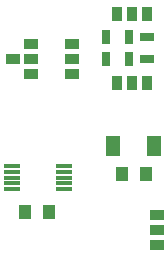
<source format=gbr>
G04 #@! TF.FileFunction,Paste,Bot*
%FSLAX46Y46*%
G04 Gerber Fmt 4.6, Leading zero omitted, Abs format (unit mm)*
G04 Created by KiCad (PCBNEW 4.0.6) date 12/07/19 10:22:01*
%MOMM*%
%LPD*%
G01*
G04 APERTURE LIST*
%ADD10C,0.100000*%
%ADD11R,1.270000X0.970000*%
%ADD12R,1.000000X1.250000*%
%ADD13R,1.300000X1.700000*%
%ADD14R,0.970000X1.270000*%
%ADD15R,1.300000X0.700000*%
%ADD16R,0.700000X1.300000*%
%ADD17R,1.400000X0.300000*%
G04 APERTURE END LIST*
D10*
D11*
X157611000Y-85630000D03*
X157611000Y-86900000D03*
X157611000Y-88170000D03*
D12*
X146461000Y-85375000D03*
X148461000Y-85375000D03*
X156686000Y-82150000D03*
X154686000Y-82150000D03*
D13*
X157386000Y-79800000D03*
X153886000Y-79800000D03*
D11*
X150436000Y-73670000D03*
X150436000Y-72400000D03*
X150436000Y-71130000D03*
X146936000Y-73695000D03*
X146936000Y-72425000D03*
X146936000Y-71155000D03*
X145386000Y-72425000D03*
D14*
X156756000Y-74400000D03*
X155486000Y-74400000D03*
X154216000Y-74400000D03*
X156756000Y-68575000D03*
X155486000Y-68575000D03*
X154216000Y-68575000D03*
D15*
X156761000Y-70525000D03*
X156761000Y-72425000D03*
D16*
X155236000Y-72450000D03*
X153336000Y-72450000D03*
X155236000Y-70525000D03*
X153336000Y-70525000D03*
D17*
X149761000Y-81450000D03*
X149761000Y-81950000D03*
X149761000Y-82450000D03*
X149761000Y-82950000D03*
X149761000Y-83450000D03*
X145361000Y-83450000D03*
X145361000Y-82950000D03*
X145361000Y-82450000D03*
X145361000Y-81950000D03*
X145361000Y-81450000D03*
M02*

</source>
